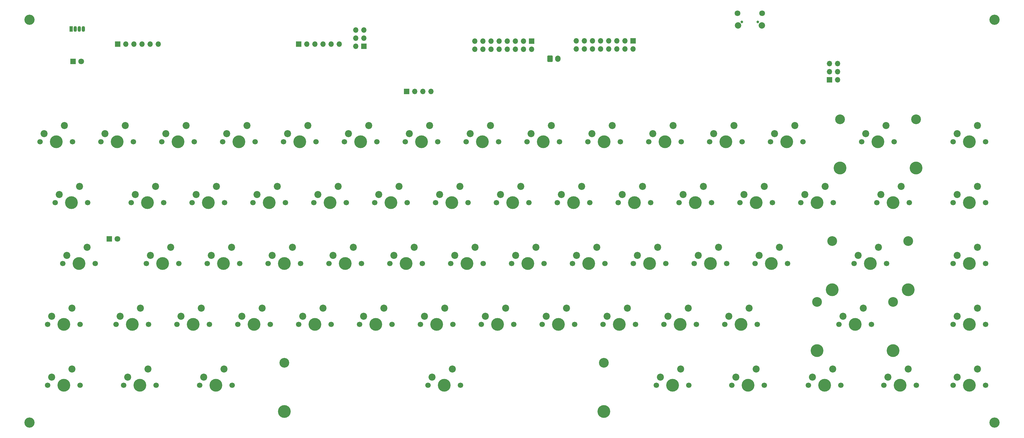
<source format=gbr>
%TF.GenerationSoftware,KiCad,Pcbnew,7.0.9*%
%TF.CreationDate,2024-01-13T23:32:12+00:00*%
%TF.ProjectId,rosco_m68k_keyboard-2,726f7363-6f5f-46d3-9638-6b5f6b657962,2*%
%TF.SameCoordinates,Original*%
%TF.FileFunction,Soldermask,Top*%
%TF.FilePolarity,Negative*%
%FSLAX46Y46*%
G04 Gerber Fmt 4.6, Leading zero omitted, Abs format (unit mm)*
G04 Created by KiCad (PCBNEW 7.0.9) date 2024-01-13 23:32:12*
%MOMM*%
%LPD*%
G01*
G04 APERTURE LIST*
G04 Aperture macros list*
%AMRoundRect*
0 Rectangle with rounded corners*
0 $1 Rounding radius*
0 $2 $3 $4 $5 $6 $7 $8 $9 X,Y pos of 4 corners*
0 Add a 4 corners polygon primitive as box body*
4,1,4,$2,$3,$4,$5,$6,$7,$8,$9,$2,$3,0*
0 Add four circle primitives for the rounded corners*
1,1,$1+$1,$2,$3*
1,1,$1+$1,$4,$5*
1,1,$1+$1,$6,$7*
1,1,$1+$1,$8,$9*
0 Add four rect primitives between the rounded corners*
20,1,$1+$1,$2,$3,$4,$5,0*
20,1,$1+$1,$4,$5,$6,$7,0*
20,1,$1+$1,$6,$7,$8,$9,0*
20,1,$1+$1,$8,$9,$2,$3,0*%
G04 Aperture macros list end*
%ADD10C,3.200000*%
%ADD11R,1.700000X1.700000*%
%ADD12O,1.700000X1.700000*%
%ADD13C,1.700000*%
%ADD14C,4.000000*%
%ADD15C,2.200000*%
%ADD16C,3.050000*%
%ADD17RoundRect,0.250000X-0.600000X-0.750000X0.600000X-0.750000X0.600000X0.750000X-0.600000X0.750000X0*%
%ADD18O,1.700000X2.000000*%
%ADD19R,1.070000X1.800000*%
%ADD20O,1.070000X1.800000*%
%ADD21R,1.800000X1.800000*%
%ADD22C,1.800000*%
%ADD23C,0.800000*%
%ADD24C,2.000000*%
G04 APERTURE END LIST*
D10*
%TO.C,H2*%
X367878700Y-86878700D03*
%TD*%
%TO.C,H3*%
X367878700Y-212878700D03*
%TD*%
%TO.C,H4*%
X65878700Y-212878700D03*
%TD*%
%TO.C,H1*%
X65878700Y-86878700D03*
%TD*%
D11*
%TO.C,J2*%
X170495600Y-95145800D03*
D12*
X167955600Y-95145800D03*
X170495600Y-92605800D03*
X167955600Y-92605800D03*
X170495600Y-90065800D03*
X167955600Y-90065800D03*
%TD*%
D13*
%TO.C,K20*%
X173916300Y-144094000D03*
D14*
X178996300Y-144094000D03*
D13*
X184076300Y-144094000D03*
D15*
X181536300Y-139014000D03*
X175186300Y-141554000D03*
%TD*%
D13*
%TO.C,K6*%
X183441300Y-125044000D03*
D14*
X188521300Y-125044000D03*
D13*
X193601300Y-125044000D03*
D15*
X191061300Y-119964000D03*
X184711300Y-122504000D03*
%TD*%
D13*
%TO.C,K26*%
X288216300Y-144094000D03*
D14*
X293296300Y-144094000D03*
D13*
X298376300Y-144094000D03*
D15*
X295836300Y-139014000D03*
X289486300Y-141554000D03*
%TD*%
D13*
%TO.C,K46*%
X112003800Y-182194000D03*
D14*
X117083800Y-182194000D03*
D13*
X122163800Y-182194000D03*
D15*
X119623800Y-177114000D03*
X113273800Y-179654000D03*
%TD*%
D13*
%TO.C,K53*%
X245353800Y-182194000D03*
D14*
X250433800Y-182194000D03*
D13*
X255513800Y-182194000D03*
D15*
X252973800Y-177114000D03*
X246623800Y-179654000D03*
%TD*%
D13*
%TO.C,K24*%
X250116300Y-144094000D03*
D14*
X255196300Y-144094000D03*
D13*
X260276300Y-144094000D03*
D15*
X257736300Y-139014000D03*
X251386300Y-141554000D03*
%TD*%
D13*
%TO.C,K16*%
X97716300Y-144094000D03*
D14*
X102796300Y-144094000D03*
D13*
X107876300Y-144094000D03*
D15*
X105336300Y-139014000D03*
X98986300Y-141554000D03*
%TD*%
D13*
%TO.C,K52*%
X226303800Y-182194000D03*
D14*
X231383800Y-182194000D03*
D13*
X236463800Y-182194000D03*
D15*
X233923800Y-177114000D03*
X227573800Y-179654000D03*
%TD*%
D13*
%TO.C,K50*%
X188203800Y-182194000D03*
D14*
X193283800Y-182194000D03*
D13*
X198363800Y-182194000D03*
D15*
X195823800Y-177114000D03*
X189473800Y-179654000D03*
%TD*%
D13*
%TO.C,K31*%
X102478800Y-163144000D03*
D14*
X107558800Y-163144000D03*
D13*
X112638800Y-163144000D03*
D15*
X110098800Y-158064000D03*
X103748800Y-160604000D03*
%TD*%
D16*
%TO.C,K56*%
X312352500Y-175194000D03*
D14*
X312352500Y-190434000D03*
D13*
X319172500Y-182194000D03*
D14*
X324252500Y-182194000D03*
D13*
X329332500Y-182194000D03*
D16*
X336152500Y-175194000D03*
D14*
X336152500Y-190434000D03*
D15*
X326792500Y-177114000D03*
X320442500Y-179654000D03*
%TD*%
D13*
%TO.C,K44*%
X71522500Y-182194000D03*
D14*
X76602500Y-182194000D03*
D13*
X81682500Y-182194000D03*
D15*
X79142500Y-177114000D03*
X72792500Y-179654000D03*
%TD*%
D13*
%TO.C,K66*%
X354891300Y-201244000D03*
D14*
X359971300Y-201244000D03*
D13*
X365051300Y-201244000D03*
D15*
X362511300Y-196164000D03*
X356161300Y-198704000D03*
%TD*%
D13*
%TO.C,K34*%
X159628800Y-163144000D03*
D14*
X164708800Y-163144000D03*
D13*
X169788800Y-163144000D03*
D15*
X167248800Y-158064000D03*
X160898800Y-160604000D03*
%TD*%
D13*
%TO.C,K10*%
X259641300Y-125044000D03*
D14*
X264721300Y-125044000D03*
D13*
X269801300Y-125044000D03*
D15*
X267261300Y-119964000D03*
X260911300Y-122504000D03*
%TD*%
D11*
%TO.C,D70*%
X183900000Y-109275000D03*
D12*
X186440000Y-109275000D03*
X188980000Y-109275000D03*
X191520000Y-109275000D03*
%TD*%
D16*
%TO.C,K42*%
X317115000Y-156144000D03*
D14*
X317115000Y-171384000D03*
D13*
X323935000Y-163144000D03*
D14*
X329015000Y-163144000D03*
D13*
X334095000Y-163144000D03*
D16*
X340915000Y-156144000D03*
D14*
X340915000Y-171384000D03*
D15*
X331555000Y-158064000D03*
X325205000Y-160604000D03*
%TD*%
D13*
%TO.C,K28*%
X331078800Y-144094000D03*
D14*
X336158800Y-144094000D03*
D13*
X341238800Y-144094000D03*
D15*
X338698800Y-139014000D03*
X332348800Y-141554000D03*
%TD*%
D13*
%TO.C,K35*%
X178678800Y-163144000D03*
D14*
X183758800Y-163144000D03*
D13*
X188838800Y-163144000D03*
D15*
X186298800Y-158064000D03*
X179948800Y-160604000D03*
%TD*%
D13*
%TO.C,K29*%
X354891300Y-144094000D03*
D14*
X359971300Y-144094000D03*
D13*
X365051300Y-144094000D03*
D15*
X362511300Y-139014000D03*
X356161300Y-141554000D03*
%TD*%
D13*
%TO.C,K33*%
X140578800Y-163144000D03*
D14*
X145658800Y-163144000D03*
D13*
X150738800Y-163144000D03*
D15*
X148198800Y-158064000D03*
X141848800Y-160604000D03*
%TD*%
D13*
%TO.C,K5*%
X164391300Y-125044000D03*
D14*
X169471300Y-125044000D03*
D13*
X174551300Y-125044000D03*
D15*
X172011300Y-119964000D03*
X165661300Y-122504000D03*
%TD*%
D13*
%TO.C,K18*%
X135816300Y-144094000D03*
D14*
X140896300Y-144094000D03*
D13*
X145976300Y-144094000D03*
D15*
X143436300Y-139014000D03*
X137086300Y-141554000D03*
%TD*%
D13*
%TO.C,K19*%
X154866300Y-144094000D03*
D14*
X159946300Y-144094000D03*
D13*
X165026300Y-144094000D03*
D15*
X162486300Y-139014000D03*
X156136300Y-141554000D03*
%TD*%
D11*
%TO.C,J6*%
X150114000Y-94488000D03*
D12*
X152654000Y-94488000D03*
X155194000Y-94488000D03*
X157734000Y-94488000D03*
X160274000Y-94488000D03*
X162814000Y-94488000D03*
%TD*%
D13*
%TO.C,K45*%
X92953800Y-182194000D03*
D14*
X98033800Y-182194000D03*
D13*
X103113800Y-182194000D03*
D15*
X100573800Y-177114000D03*
X94223800Y-179654000D03*
%TD*%
D17*
%TO.C,J5*%
X228750000Y-99000000D03*
D18*
X231250000Y-99000000D03*
%TD*%
D16*
%TO.C,K13*%
X319496300Y-118044000D03*
D14*
X319496300Y-133284000D03*
D13*
X326316300Y-125044000D03*
D14*
X331396300Y-125044000D03*
D13*
X336476300Y-125044000D03*
D16*
X343296300Y-118044000D03*
D14*
X343296300Y-133284000D03*
D15*
X333936300Y-119964000D03*
X327586300Y-122504000D03*
%TD*%
D13*
%TO.C,K39*%
X254878800Y-163144000D03*
D14*
X259958800Y-163144000D03*
D13*
X265038800Y-163144000D03*
D15*
X262498800Y-158064000D03*
X256148800Y-160604000D03*
%TD*%
D13*
%TO.C,K60*%
X119147500Y-201244000D03*
D14*
X124227500Y-201244000D03*
D13*
X129307500Y-201244000D03*
D15*
X126767500Y-196164000D03*
X120417500Y-198704000D03*
%TD*%
D13*
%TO.C,K22*%
X212016300Y-144094000D03*
D14*
X217096300Y-144094000D03*
D13*
X222176300Y-144094000D03*
D15*
X219636300Y-139014000D03*
X213286300Y-141554000D03*
%TD*%
D13*
%TO.C,K15*%
X73903800Y-144094000D03*
D14*
X78983800Y-144094000D03*
D13*
X84063800Y-144094000D03*
D15*
X81523800Y-139014000D03*
X75173800Y-141554000D03*
%TD*%
D13*
%TO.C,K36*%
X197728800Y-163144000D03*
D14*
X202808800Y-163144000D03*
D13*
X207888800Y-163144000D03*
D15*
X205348800Y-158064000D03*
X198998800Y-160604000D03*
%TD*%
D13*
%TO.C,K12*%
X297741300Y-125044000D03*
D14*
X302821300Y-125044000D03*
D13*
X307901300Y-125044000D03*
D15*
X305361300Y-119964000D03*
X299011300Y-122504000D03*
%TD*%
D13*
%TO.C,K11*%
X278691300Y-125044000D03*
D14*
X283771300Y-125044000D03*
D13*
X288851300Y-125044000D03*
D15*
X286311300Y-119964000D03*
X279961300Y-122504000D03*
%TD*%
D13*
%TO.C,K51*%
X207253800Y-182194000D03*
D14*
X212333800Y-182194000D03*
D13*
X217413800Y-182194000D03*
D15*
X214873800Y-177114000D03*
X208523800Y-179654000D03*
%TD*%
D13*
%TO.C,K47*%
X131053800Y-182194000D03*
D14*
X136133800Y-182194000D03*
D13*
X141213800Y-182194000D03*
D15*
X138673800Y-177114000D03*
X132323800Y-179654000D03*
%TD*%
D19*
%TO.C,D69*%
X78901200Y-89708100D03*
D20*
X80171200Y-89708100D03*
X81441200Y-89708100D03*
X82711200Y-89708100D03*
%TD*%
D13*
%TO.C,K0*%
X69141300Y-125044000D03*
D14*
X74221300Y-125044000D03*
D13*
X79301300Y-125044000D03*
D15*
X76761300Y-119964000D03*
X70411300Y-122504000D03*
%TD*%
D13*
%TO.C,K40*%
X273928800Y-163144000D03*
D14*
X279008800Y-163144000D03*
D13*
X284088800Y-163144000D03*
D15*
X281548800Y-158064000D03*
X275198800Y-160604000D03*
%TD*%
D13*
%TO.C,K30*%
X76285000Y-163144000D03*
D14*
X81365000Y-163144000D03*
D13*
X86445000Y-163144000D03*
D15*
X83905000Y-158064000D03*
X77555000Y-160604000D03*
%TD*%
D13*
%TO.C,K57*%
X354891300Y-182194000D03*
D14*
X359971300Y-182194000D03*
D13*
X365051300Y-182194000D03*
D15*
X362511300Y-177114000D03*
X356161300Y-179654000D03*
%TD*%
D11*
%TO.C,J1*%
X93470000Y-94488000D03*
D12*
X96010000Y-94488000D03*
X98550000Y-94488000D03*
X101090000Y-94488000D03*
X103630000Y-94488000D03*
X106170000Y-94488000D03*
%TD*%
D13*
%TO.C,K65*%
X333269500Y-201244000D03*
D14*
X338349500Y-201244000D03*
D13*
X343429500Y-201244000D03*
D15*
X340889500Y-196164000D03*
X334539500Y-198704000D03*
%TD*%
D13*
%TO.C,K38*%
X235828800Y-163144000D03*
D14*
X240908800Y-163144000D03*
D13*
X245988800Y-163144000D03*
D15*
X243448800Y-158064000D03*
X237098800Y-160604000D03*
%TD*%
D13*
%TO.C,K27*%
X307266300Y-144094000D03*
D14*
X312346300Y-144094000D03*
D13*
X317426300Y-144094000D03*
D15*
X314886300Y-139014000D03*
X308536300Y-141554000D03*
%TD*%
D13*
%TO.C,K17*%
X116766300Y-144094000D03*
D14*
X121846300Y-144094000D03*
D13*
X126926300Y-144094000D03*
D15*
X124386300Y-139014000D03*
X118036300Y-141554000D03*
%TD*%
D13*
%TO.C,K48*%
X150103800Y-182194000D03*
D14*
X155183800Y-182194000D03*
D13*
X160263800Y-182194000D03*
D15*
X157723800Y-177114000D03*
X151373800Y-179654000D03*
%TD*%
D13*
%TO.C,K55*%
X283453800Y-182194000D03*
D14*
X288533800Y-182194000D03*
D13*
X293613800Y-182194000D03*
D15*
X291073800Y-177114000D03*
X284723800Y-179654000D03*
%TD*%
D13*
%TO.C,K58*%
X71522500Y-201244000D03*
D14*
X76602500Y-201244000D03*
D13*
X81682500Y-201244000D03*
D15*
X79142500Y-196164000D03*
X72792500Y-198704000D03*
%TD*%
D13*
%TO.C,K32*%
X121528800Y-163144000D03*
D14*
X126608800Y-163144000D03*
D13*
X131688800Y-163144000D03*
D15*
X129148800Y-158064000D03*
X122798800Y-160604000D03*
%TD*%
D13*
%TO.C,K3*%
X126291300Y-125044000D03*
D14*
X131371300Y-125044000D03*
D13*
X136451300Y-125044000D03*
D15*
X133911300Y-119964000D03*
X127561300Y-122504000D03*
%TD*%
D21*
%TO.C,D68*%
X79501200Y-99893500D03*
D22*
X82041200Y-99893500D03*
%TD*%
D13*
%TO.C,K7*%
X202491300Y-125044000D03*
D14*
X207571300Y-125044000D03*
D13*
X212651300Y-125044000D03*
D15*
X210111300Y-119964000D03*
X203761300Y-122504000D03*
%TD*%
D13*
%TO.C,K43*%
X354891300Y-163144000D03*
D14*
X359971300Y-163144000D03*
D13*
X365051300Y-163144000D03*
D15*
X362511300Y-158064000D03*
X356161300Y-160604000D03*
%TD*%
D13*
%TO.C,K49*%
X169153800Y-182194000D03*
D14*
X174233800Y-182194000D03*
D13*
X179313800Y-182194000D03*
D15*
X176773800Y-177114000D03*
X170423800Y-179654000D03*
%TD*%
D13*
%TO.C,K62*%
X262022500Y-201244000D03*
D14*
X267102500Y-201244000D03*
D13*
X272182500Y-201244000D03*
D15*
X269642500Y-196164000D03*
X263292500Y-198704000D03*
%TD*%
D16*
%TO.C,K61*%
X145665000Y-194244000D03*
D14*
X145665000Y-209484000D03*
D13*
X190585000Y-201244000D03*
D14*
X195665000Y-201244000D03*
D13*
X200745000Y-201244000D03*
D16*
X245665000Y-194244000D03*
D14*
X245665000Y-209484000D03*
D15*
X198205000Y-196164000D03*
X191855000Y-198704000D03*
%TD*%
D13*
%TO.C,K63*%
X285644500Y-201244000D03*
D14*
X290724500Y-201244000D03*
D13*
X295804500Y-201244000D03*
D15*
X293264500Y-196164000D03*
X286914500Y-198704000D03*
%TD*%
D13*
%TO.C,K25*%
X269166300Y-144094000D03*
D14*
X274246300Y-144094000D03*
D13*
X279326300Y-144094000D03*
D15*
X276786300Y-139014000D03*
X270436300Y-141554000D03*
%TD*%
D13*
%TO.C,K21*%
X192966300Y-144094000D03*
D14*
X198046300Y-144094000D03*
D13*
X203126300Y-144094000D03*
D15*
X200586300Y-139014000D03*
X194236300Y-141554000D03*
%TD*%
D13*
%TO.C,K1*%
X88191300Y-125044000D03*
D14*
X93271300Y-125044000D03*
D13*
X98351300Y-125044000D03*
D15*
X95811300Y-119964000D03*
X89461300Y-122504000D03*
%TD*%
D13*
%TO.C,K2*%
X107241300Y-125044000D03*
D14*
X112321300Y-125044000D03*
D13*
X117401300Y-125044000D03*
D15*
X114861300Y-119964000D03*
X108511300Y-122504000D03*
%TD*%
D13*
%TO.C,K59*%
X95335000Y-201244000D03*
D14*
X100415000Y-201244000D03*
D13*
X105495000Y-201244000D03*
D15*
X102955000Y-196164000D03*
X96605000Y-198704000D03*
%TD*%
D13*
%TO.C,K64*%
X309647500Y-201244000D03*
D14*
X314727500Y-201244000D03*
D13*
X319807500Y-201244000D03*
D15*
X317267500Y-196164000D03*
X310917500Y-198704000D03*
%TD*%
D13*
%TO.C,K23*%
X231066300Y-144094000D03*
D14*
X236146300Y-144094000D03*
D13*
X241226300Y-144094000D03*
D15*
X238686300Y-139014000D03*
X232336300Y-141554000D03*
%TD*%
D13*
%TO.C,K41*%
X292978800Y-163144000D03*
D14*
X298058800Y-163144000D03*
D13*
X303138800Y-163144000D03*
D15*
X300598800Y-158064000D03*
X294248800Y-160604000D03*
%TD*%
D13*
%TO.C,K8*%
X221541250Y-125044000D03*
D14*
X226621250Y-125044000D03*
D13*
X231701250Y-125044000D03*
D15*
X229161250Y-119964000D03*
X222811250Y-122504000D03*
%TD*%
D21*
%TO.C,D67*%
X90855000Y-155443300D03*
D22*
X93395000Y-155443300D03*
%TD*%
D11*
%TO.C,J3*%
X223020000Y-93560000D03*
D12*
X223020000Y-96100000D03*
X220480000Y-93560000D03*
X220480000Y-96100000D03*
X217940000Y-93560000D03*
X217940000Y-96100000D03*
X215400000Y-93560000D03*
X215400000Y-96100000D03*
X212860000Y-93560000D03*
X212860000Y-96100000D03*
X210320000Y-93560000D03*
X210320000Y-96100000D03*
X207780000Y-93560000D03*
X207780000Y-96100000D03*
X205240000Y-93560000D03*
X205240000Y-96100000D03*
%TD*%
D13*
%TO.C,K37*%
X216778750Y-163144000D03*
D14*
X221858750Y-163144000D03*
D13*
X226938750Y-163144000D03*
D15*
X224398750Y-158064000D03*
X218048750Y-160604000D03*
%TD*%
D13*
%TO.C,K4*%
X145341250Y-125044000D03*
D14*
X150421250Y-125044000D03*
D13*
X155501250Y-125044000D03*
D15*
X152961250Y-119964000D03*
X146611250Y-122504000D03*
%TD*%
D13*
%TO.C,K9*%
X240591250Y-125044000D03*
D14*
X245671250Y-125044000D03*
D13*
X250751250Y-125044000D03*
D15*
X248211250Y-119964000D03*
X241861250Y-122504000D03*
%TD*%
D11*
%TO.C,J4*%
X254762000Y-93472000D03*
D12*
X254762000Y-96012000D03*
X252222000Y-93472000D03*
X252222000Y-96012000D03*
X249682000Y-93472000D03*
X249682000Y-96012000D03*
X247142000Y-93472000D03*
X247142000Y-96012000D03*
X244602000Y-93472000D03*
X244602000Y-96012000D03*
X242062000Y-93472000D03*
X242062000Y-96012000D03*
X239522000Y-93472000D03*
X239522000Y-96012000D03*
X236982000Y-93472000D03*
X236982000Y-96012000D03*
%TD*%
D13*
%TO.C,K54*%
X264403750Y-182194000D03*
D14*
X269483750Y-182194000D03*
D13*
X274563750Y-182194000D03*
D15*
X272023750Y-177114000D03*
X265673750Y-179654000D03*
%TD*%
D13*
%TO.C,K14*%
X354891250Y-125044000D03*
D14*
X359971250Y-125044000D03*
D13*
X365051250Y-125044000D03*
D15*
X362511250Y-119964000D03*
X356161250Y-122504000D03*
%TD*%
D23*
%TO.C,J7*%
X288808000Y-87550000D03*
X293808000Y-87550000D03*
D22*
X287433000Y-84800000D03*
D24*
X287583000Y-88600000D03*
X295033000Y-88600000D03*
D22*
X295183000Y-84800000D03*
%TD*%
D11*
%TO.C,J8*%
X316230000Y-105664000D03*
D12*
X318770000Y-105664000D03*
X316230000Y-103124000D03*
X318770000Y-103124000D03*
X316230000Y-100584000D03*
X318770000Y-100584000D03*
%TD*%
M02*

</source>
